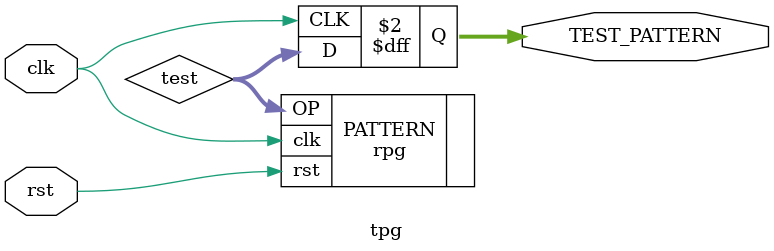
<source format=v>
/* 
    Test Pattern Generator

    Consists of 
    1. Random Pattern Generator Only(rpg.v)

*/

module tpg
#(parameter OUT_BITS = 4)
(
    input clk,
    input rst,

    output reg [OUT_BITS-1:0] TEST_PATTERN
);

    wire [OUT_BITS-1:0] test;
    
    rpg #(.BITS(OUT_BITS)) PATTERN(.clk(clk), .rst(rst), .OP(test));

    always @(posedge(clk)) begin
        TEST_PATTERN <= test;
    end
    
endmodule
</source>
